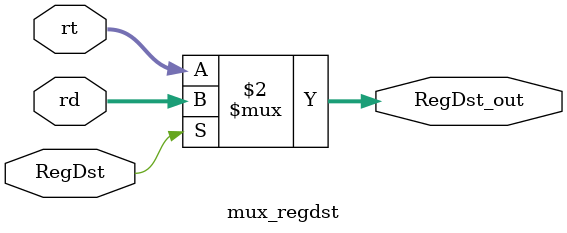
<source format=sv>
module mux_regdst(
    input  logic       RegDst,   // 0: rt, 1: rd
    input  logic [4:0] rt,
    input  logic [4:0] rd,
    output logic [4:0] RegDst_out
);
    always_comb begin
        RegDst_out = RegDst ? rd : rt;
    end
endmodule

</source>
